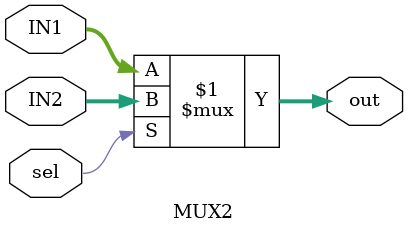
<source format=v>
module MUX2#(parameter WIDTH=32)(
	input wire [WIDTH-1:0] IN1,
input wire [WIDTH-1:0] IN2,
input wire sel,
output wire [WIDTH-1:0] out
);

assign out=(sel?IN2:IN1); 

endmodule 

</source>
